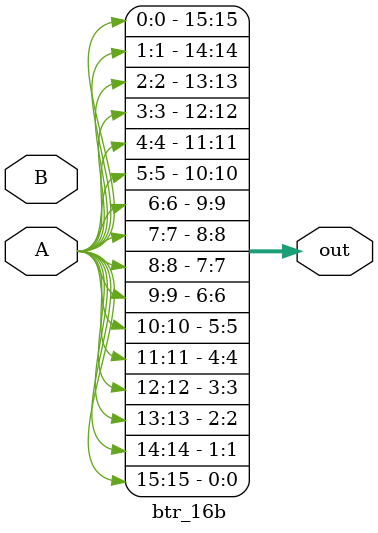
<source format=v>
module btr_16b(out, A, B);
input [15:0] A, B;
output [15:0] out;

assign out[0]  = A[15];
assign out[1]  = A[14];
assign out[2]  = A[13];
assign out[3]  = A[12];
assign out[4]  = A[11];
assign out[5]  = A[10];
assign out[6]  = A[9];
assign out[7]  = A[8];
assign out[8]  = A[7];
assign out[9]  = A[6];
assign out[10] = A[5];
assign out[11] = A[4];
assign out[12] = A[3];
assign out[13] = A[2];
assign out[14] = A[1];
assign out[15] = A[0];

endmodule
</source>
